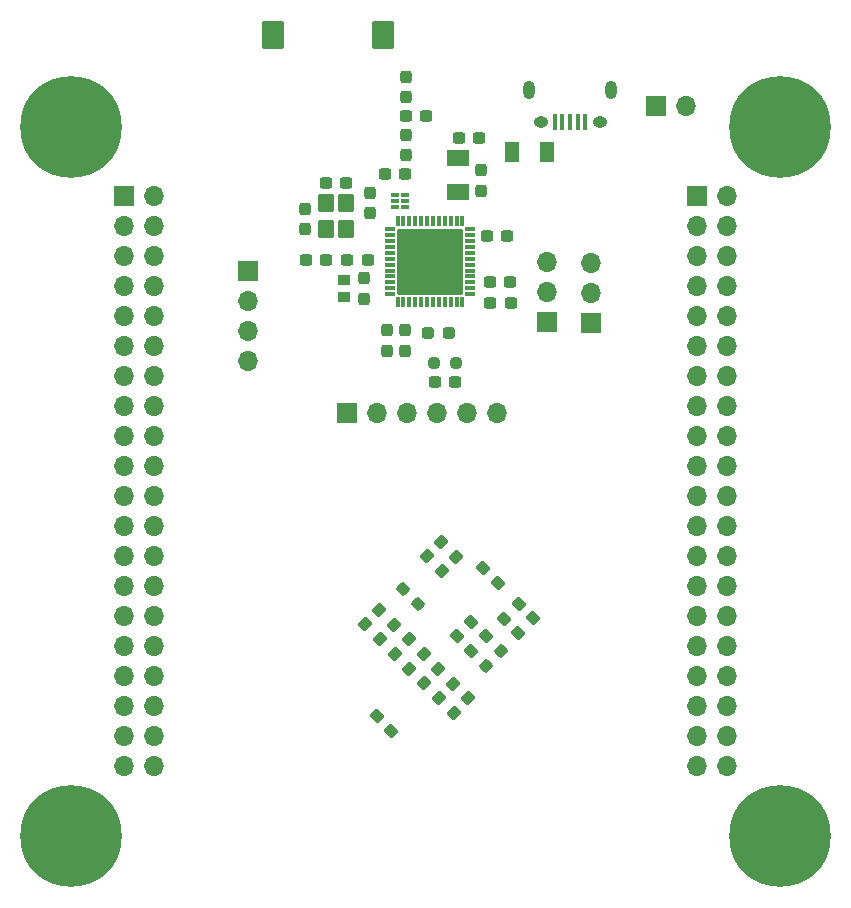
<source format=gbr>
%TF.GenerationSoftware,KiCad,Pcbnew,(6.0.9)*%
%TF.CreationDate,2023-01-04T16:14:01+08:00*%
%TF.ProjectId,CAWController,43415743-6f6e-4747-926f-6c6c65722e6b,rev?*%
%TF.SameCoordinates,Original*%
%TF.FileFunction,Soldermask,Bot*%
%TF.FilePolarity,Negative*%
%FSLAX46Y46*%
G04 Gerber Fmt 4.6, Leading zero omitted, Abs format (unit mm)*
G04 Created by KiCad (PCBNEW (6.0.9)) date 2023-01-04 16:14:01*
%MOMM*%
%LPD*%
G01*
G04 APERTURE LIST*
G04 Aperture macros list*
%AMRoundRect*
0 Rectangle with rounded corners*
0 $1 Rounding radius*
0 $2 $3 $4 $5 $6 $7 $8 $9 X,Y pos of 4 corners*
0 Add a 4 corners polygon primitive as box body*
4,1,4,$2,$3,$4,$5,$6,$7,$8,$9,$2,$3,0*
0 Add four circle primitives for the rounded corners*
1,1,$1+$1,$2,$3*
1,1,$1+$1,$4,$5*
1,1,$1+$1,$6,$7*
1,1,$1+$1,$8,$9*
0 Add four rect primitives between the rounded corners*
20,1,$1+$1,$2,$3,$4,$5,0*
20,1,$1+$1,$4,$5,$6,$7,0*
20,1,$1+$1,$6,$7,$8,$9,0*
20,1,$1+$1,$8,$9,$2,$3,0*%
G04 Aperture macros list end*
%ADD10R,1.700000X1.700000*%
%ADD11O,1.700000X1.700000*%
%ADD12C,0.900000*%
%ADD13C,8.600000*%
%ADD14RoundRect,0.237500X0.300000X0.237500X-0.300000X0.237500X-0.300000X-0.237500X0.300000X-0.237500X0*%
%ADD15RoundRect,0.237500X-0.237500X0.300000X-0.237500X-0.300000X0.237500X-0.300000X0.237500X0.300000X0*%
%ADD16RoundRect,0.050800X-0.900450X0.650250X-0.900450X-0.650250X0.900450X-0.650250X0.900450X0.650250X0*%
%ADD17RoundRect,0.237500X-0.371231X0.035355X0.035355X-0.371231X0.371231X-0.035355X-0.035355X0.371231X0*%
%ADD18RoundRect,0.237500X-0.237500X0.287500X-0.237500X-0.287500X0.237500X-0.287500X0.237500X0.287500X0*%
%ADD19R,1.190000X1.728000*%
%ADD20RoundRect,0.237500X0.237500X-0.300000X0.237500X0.300000X-0.237500X0.300000X-0.237500X-0.300000X0*%
%ADD21RoundRect,0.237500X-0.044194X-0.380070X0.380070X0.044194X0.044194X0.380070X-0.380070X-0.044194X0*%
%ADD22RoundRect,0.237500X0.044194X0.380070X-0.380070X-0.044194X-0.044194X-0.380070X0.380070X0.044194X0*%
%ADD23RoundRect,0.050800X0.600000X-0.700000X0.600000X0.700000X-0.600000X0.700000X-0.600000X-0.700000X0*%
%ADD24RoundRect,0.237500X-0.287500X-0.237500X0.287500X-0.237500X0.287500X0.237500X-0.287500X0.237500X0*%
%ADD25RoundRect,0.237500X-0.300000X-0.237500X0.300000X-0.237500X0.300000X0.237500X-0.300000X0.237500X0*%
%ADD26RoundRect,0.050800X0.275000X0.150000X-0.275000X0.150000X-0.275000X-0.150000X0.275000X-0.150000X0*%
%ADD27RoundRect,0.237500X0.380070X-0.044194X-0.044194X0.380070X-0.380070X0.044194X0.044194X-0.380070X0*%
%ADD28R,0.400000X1.350000*%
%ADD29O,1.250000X0.950000*%
%ADD30O,1.000000X1.550000*%
%ADD31RoundRect,0.237500X-0.008839X-0.344715X0.344715X0.008839X0.008839X0.344715X-0.344715X-0.008839X0*%
%ADD32RoundRect,0.050800X0.854700X1.134100X-0.854700X1.134100X-0.854700X-1.134100X0.854700X-1.134100X0*%
%ADD33RoundRect,0.237500X-0.380070X0.044194X0.044194X-0.380070X0.380070X-0.044194X-0.044194X0.380070X0*%
%ADD34RoundRect,0.237500X0.250000X0.237500X-0.250000X0.237500X-0.250000X-0.237500X0.250000X-0.237500X0*%
%ADD35RoundRect,0.050800X-0.140000X0.332500X-0.140000X-0.332500X0.140000X-0.332500X0.140000X0.332500X0*%
%ADD36RoundRect,0.050800X-0.332500X0.140000X-0.332500X-0.140000X0.332500X-0.140000X0.332500X0.140000X0*%
%ADD37RoundRect,0.050800X-2.750000X2.750000X-2.750000X-2.750000X2.750000X-2.750000X2.750000X2.750000X0*%
%ADD38RoundRect,0.050800X-0.432000X0.400000X-0.432000X-0.400000X0.432000X-0.400000X0.432000X0.400000X0*%
%ADD39RoundRect,0.237500X0.344715X-0.008839X-0.008839X0.344715X-0.344715X0.008839X0.008839X-0.344715X0*%
G04 APERTURE END LIST*
D10*
%TO.C,J6*%
X155316000Y-64262000D03*
D11*
X157856000Y-64262000D03*
%TD*%
D12*
%TO.C,H4*%
X108975000Y-126005000D03*
D13*
X105750000Y-126005000D03*
D12*
X108030419Y-123724581D03*
X102525000Y-126005000D03*
X105750000Y-129230000D03*
X108030419Y-128285419D03*
X103469581Y-128285419D03*
X105750000Y-122780000D03*
X103469581Y-123724581D03*
%TD*%
%TO.C,H2*%
X168030419Y-63724581D03*
X168030419Y-68285419D03*
X165750000Y-62780000D03*
X165750000Y-69230000D03*
X163469581Y-68285419D03*
X168975000Y-66005000D03*
X163469581Y-63724581D03*
X162525000Y-66005000D03*
D13*
X165750000Y-66005000D03*
%TD*%
D10*
%TO.C,J1*%
X110225000Y-71850000D03*
D11*
X112765000Y-71850000D03*
X110225000Y-74390000D03*
X112765000Y-74390000D03*
X110225000Y-76930000D03*
X112765000Y-76930000D03*
X110225000Y-79470000D03*
X112765000Y-79470000D03*
X110225000Y-82010000D03*
X112765000Y-82010000D03*
X110225000Y-84550000D03*
X112765000Y-84550000D03*
X110225000Y-87090000D03*
X112765000Y-87090000D03*
X110225000Y-89630000D03*
X112765000Y-89630000D03*
X110225000Y-92170000D03*
X112765000Y-92170000D03*
X110225000Y-94710000D03*
X112765000Y-94710000D03*
X110225000Y-97250000D03*
X112765000Y-97250000D03*
X110225000Y-99790000D03*
X112765000Y-99790000D03*
X110225000Y-102330000D03*
X112765000Y-102330000D03*
X110225000Y-104870000D03*
X112765000Y-104870000D03*
X110225000Y-107410000D03*
X112765000Y-107410000D03*
X110225000Y-109950000D03*
X112765000Y-109950000D03*
X110225000Y-112490000D03*
X112765000Y-112490000D03*
X110225000Y-115030000D03*
X112765000Y-115030000D03*
X110225000Y-117570000D03*
X112765000Y-117570000D03*
X110225000Y-120110000D03*
X112765000Y-120110000D03*
%TD*%
D12*
%TO.C,H3*%
X162525000Y-126005000D03*
X163469581Y-123724581D03*
X165750000Y-122780000D03*
X168030419Y-128285419D03*
X163469581Y-128285419D03*
X168030419Y-123724581D03*
D13*
X165750000Y-126005000D03*
D12*
X165750000Y-129230000D03*
X168975000Y-126005000D03*
%TD*%
D10*
%TO.C,J9*%
X146060000Y-82560000D03*
D11*
X146060000Y-80020000D03*
X146060000Y-77480000D03*
%TD*%
D10*
%TO.C,J8*%
X149800000Y-82565000D03*
D11*
X149800000Y-80025000D03*
X149800000Y-77485000D03*
%TD*%
D10*
%TO.C,J3*%
X129150000Y-90250000D03*
D11*
X131690000Y-90250000D03*
X134230000Y-90250000D03*
X136770000Y-90250000D03*
X139310000Y-90250000D03*
X141850000Y-90250000D03*
%TD*%
D12*
%TO.C,H1*%
X105750000Y-62780000D03*
D13*
X105750000Y-66005000D03*
D12*
X103469581Y-63724581D03*
X105750000Y-69230000D03*
X108030419Y-68285419D03*
X108975000Y-66005000D03*
X103469581Y-68285419D03*
X108030419Y-63724581D03*
X102525000Y-66005000D03*
%TD*%
D10*
%TO.C,J4*%
X120750000Y-78170000D03*
D11*
X120750000Y-80710000D03*
X120750000Y-83250000D03*
X120750000Y-85790000D03*
%TD*%
D10*
%TO.C,J2*%
X158725000Y-71850000D03*
D11*
X161265000Y-71850000D03*
X158725000Y-74390000D03*
X161265000Y-74390000D03*
X158725000Y-76930000D03*
X161265000Y-76930000D03*
X158725000Y-79470000D03*
X161265000Y-79470000D03*
X158725000Y-82010000D03*
X161265000Y-82010000D03*
X158725000Y-84550000D03*
X161265000Y-84550000D03*
X158725000Y-87090000D03*
X161265000Y-87090000D03*
X158725000Y-89630000D03*
X161265000Y-89630000D03*
X158725000Y-92170000D03*
X161265000Y-92170000D03*
X158725000Y-94710000D03*
X161265000Y-94710000D03*
X158725000Y-97250000D03*
X161265000Y-97250000D03*
X158725000Y-99790000D03*
X161265000Y-99790000D03*
X158725000Y-102330000D03*
X161265000Y-102330000D03*
X158725000Y-104870000D03*
X161265000Y-104870000D03*
X158725000Y-107410000D03*
X161265000Y-107410000D03*
X158725000Y-109950000D03*
X161265000Y-109950000D03*
X158725000Y-112490000D03*
X161265000Y-112490000D03*
X158725000Y-115030000D03*
X161265000Y-115030000D03*
X158725000Y-117570000D03*
X161265000Y-117570000D03*
X158725000Y-120110000D03*
X161265000Y-120110000D03*
%TD*%
D14*
%TO.C,C36*%
X127362500Y-77250000D03*
X125637500Y-77250000D03*
%TD*%
D15*
%TO.C,C30*%
X140440000Y-69677500D03*
X140440000Y-71402500D03*
%TD*%
D14*
%TO.C,C28*%
X142952500Y-79170000D03*
X141227500Y-79170000D03*
%TD*%
%TO.C,C26*%
X140292500Y-66920000D03*
X138567500Y-66920000D03*
%TD*%
D16*
%TO.C,Y3*%
X138530000Y-68612000D03*
X138530000Y-71528000D03*
%TD*%
D17*
%TO.C,L1*%
X139631282Y-107881282D03*
X140868718Y-109118718D03*
%TD*%
D18*
%TO.C,L3*%
X134070000Y-66655000D03*
X134070000Y-68405000D03*
%TD*%
D19*
%TO.C,F1*%
X143115000Y-68170000D03*
X146005000Y-68170000D03*
%TD*%
D15*
%TO.C,C35*%
X131080000Y-71577500D03*
X131080000Y-73302500D03*
%TD*%
D20*
%TO.C,C31*%
X134060000Y-84952500D03*
X134060000Y-83227500D03*
%TD*%
D21*
%TO.C,C23*%
X136890120Y-114359880D03*
X138109880Y-113140120D03*
%TD*%
D22*
%TO.C,C15*%
X137109880Y-101140120D03*
X135890120Y-102359880D03*
%TD*%
D20*
%TO.C,C24*%
X130580000Y-80552500D03*
X130580000Y-78827500D03*
%TD*%
D23*
%TO.C,Y4*%
X127305000Y-74620100D03*
X127305000Y-72419900D03*
X129055000Y-72419900D03*
X129055000Y-74620100D03*
%TD*%
D24*
%TO.C,L5*%
X135985000Y-83470000D03*
X137735000Y-83470000D03*
%TD*%
D25*
%TO.C,C34*%
X136557500Y-87640000D03*
X138282500Y-87640000D03*
%TD*%
D26*
%TO.C,U5*%
X134064900Y-71790000D03*
X134064900Y-72291900D03*
X134064900Y-72790000D03*
X133215100Y-72790000D03*
X133215800Y-72288900D03*
X133215100Y-71790000D03*
%TD*%
D27*
%TO.C,C5*%
X143609880Y-108859880D03*
X142390120Y-107640120D03*
%TD*%
D21*
%TO.C,C8*%
X134390120Y-111859880D03*
X135609880Y-110640120D03*
%TD*%
D28*
%TO.C,J5*%
X146699000Y-65600000D03*
X147350000Y-65600000D03*
X148000000Y-65600000D03*
X148650000Y-65600000D03*
X149300000Y-65600000D03*
D29*
X150500000Y-65600000D03*
D30*
X144500000Y-62900000D03*
D29*
X145500000Y-65600000D03*
D30*
X151500000Y-62900000D03*
%TD*%
D22*
%TO.C,C11*%
X139359880Y-114390120D03*
X138140120Y-115609880D03*
%TD*%
D25*
%TO.C,C39*%
X127317500Y-70770000D03*
X129042500Y-70770000D03*
%TD*%
%TO.C,C14*%
X129137500Y-77250000D03*
X130862500Y-77250000D03*
%TD*%
D27*
%TO.C,C20*%
X139609880Y-110359880D03*
X138390120Y-109140120D03*
%TD*%
D21*
%TO.C,C7*%
X133140120Y-110609880D03*
X134359880Y-109390120D03*
%TD*%
D31*
%TO.C,R1*%
X140854765Y-111645235D03*
X142145235Y-110354765D03*
%TD*%
D20*
%TO.C,C37*%
X132500000Y-84962500D03*
X132500000Y-83237500D03*
%TD*%
D32*
%TO.C,L2*%
X132130400Y-58250000D03*
X122869600Y-58250000D03*
%TD*%
D33*
%TO.C,C16*%
X131640120Y-115890120D03*
X132859880Y-117109880D03*
%TD*%
D14*
%TO.C,C27*%
X142682500Y-75280000D03*
X140957500Y-75280000D03*
%TD*%
D27*
%TO.C,C1*%
X141859880Y-104609880D03*
X140640120Y-103390120D03*
%TD*%
%TO.C,C12*%
X144859880Y-107609880D03*
X143640120Y-106390120D03*
%TD*%
D34*
%TO.C,R14*%
X138332500Y-85970000D03*
X136507500Y-85970000D03*
%TD*%
D15*
%TO.C,C38*%
X125580000Y-72917500D03*
X125580000Y-74642500D03*
%TD*%
D14*
%TO.C,C33*%
X142972500Y-80920000D03*
X141247500Y-80920000D03*
%TD*%
D21*
%TO.C,C21*%
X135640120Y-113109880D03*
X136859880Y-111890120D03*
%TD*%
D35*
%TO.C,U4*%
X133389900Y-74008350D03*
X133890100Y-74008350D03*
X134389900Y-74008350D03*
X134890100Y-74008350D03*
X135389900Y-74008350D03*
X135890100Y-74008350D03*
X136389900Y-74008350D03*
X136890100Y-74008350D03*
X137389900Y-74008350D03*
X137890100Y-74008350D03*
X138389900Y-74008350D03*
X138890100Y-74008350D03*
D36*
X139547400Y-74665650D03*
X139547400Y-75165850D03*
X139547400Y-75665650D03*
X139547400Y-76165850D03*
X139547400Y-76665650D03*
X139547400Y-77165850D03*
X139547400Y-77665650D03*
X139547400Y-78165850D03*
X139547400Y-78665650D03*
X139547400Y-79165850D03*
X139547400Y-79665650D03*
X139547400Y-80165850D03*
D35*
X138890100Y-80823150D03*
X138389900Y-80823150D03*
X137890100Y-80823150D03*
X137389900Y-80823150D03*
X136890100Y-80823150D03*
X136389900Y-80823150D03*
X135890100Y-80823150D03*
X135389900Y-80823150D03*
X134890100Y-80823150D03*
X134389900Y-80823150D03*
X133890100Y-80823150D03*
X133389900Y-80823150D03*
D36*
X132732600Y-80165850D03*
X132732600Y-79665650D03*
X132732600Y-79165850D03*
X132732600Y-78665650D03*
X132732600Y-78165850D03*
X132732600Y-77665650D03*
X132732600Y-77165850D03*
X132732600Y-76665650D03*
X132732600Y-76165850D03*
X132732600Y-75665650D03*
X132732600Y-75165850D03*
X132732600Y-74665650D03*
D37*
X136140000Y-77415750D03*
%TD*%
D21*
%TO.C,C6*%
X131890120Y-109359880D03*
X133109880Y-108140120D03*
%TD*%
D14*
%TO.C,C32*%
X134062500Y-69990000D03*
X132337500Y-69990000D03*
%TD*%
D38*
%TO.C,L6*%
X128820000Y-80399900D03*
X128820000Y-79000100D03*
%TD*%
D21*
%TO.C,C17*%
X130640120Y-108109880D03*
X131859880Y-106890120D03*
%TD*%
D39*
%TO.C,R9*%
X135145235Y-106395235D03*
X133854765Y-105104765D03*
%TD*%
D25*
%TO.C,C29*%
X134067500Y-65070000D03*
X135792500Y-65070000D03*
%TD*%
D22*
%TO.C,C2*%
X138359880Y-102390120D03*
X137140120Y-103609880D03*
%TD*%
D20*
%TO.C,C25*%
X134070000Y-63472500D03*
X134070000Y-61747500D03*
%TD*%
M02*

</source>
